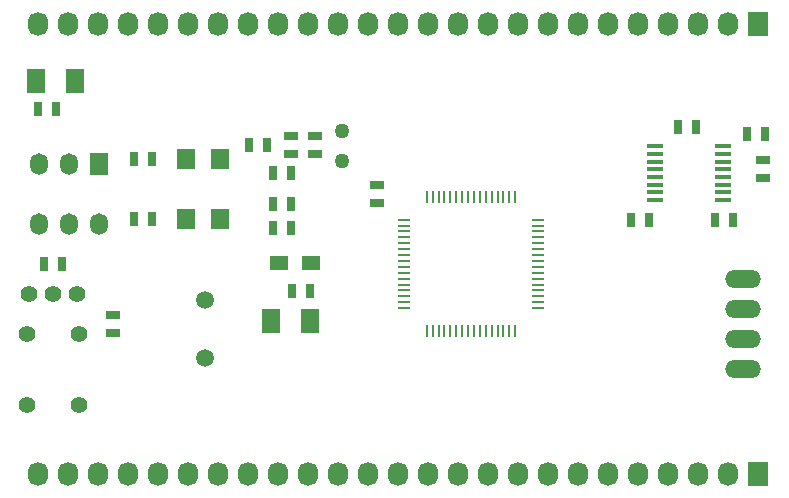
<source format=gts>
G04 #@! TF.FileFunction,Soldermask,Top*
%FSLAX46Y46*%
G04 Gerber Fmt 4.6, Leading zero omitted, Abs format (unit mm)*
G04 Created by KiCad (PCBNEW 4.0.7-e2-6376~58~ubuntu14.04.1) date Sat Dec  9 10:48:14 2017*
%MOMM*%
%LPD*%
G01*
G04 APERTURE LIST*
%ADD10C,0.100000*%
%ADD11R,0.635000X1.143000*%
%ADD12C,1.501140*%
%ADD13R,1.524000X2.032000*%
%ADD14R,1.143000X0.635000*%
%ADD15R,1.597660X1.800860*%
%ADD16R,1.727200X2.032000*%
%ADD17O,1.727200X2.032000*%
%ADD18R,1.500000X1.300000*%
%ADD19C,1.397000*%
%ADD20R,1.000000X0.250000*%
%ADD21R,0.250000X1.000000*%
%ADD22R,1.399540X0.350520*%
%ADD23C,1.270000*%
%ADD24O,3.014980X1.506220*%
%ADD25C,1.400000*%
%ADD26R,1.524000X1.824000*%
%ADD27O,1.524000X1.824000*%
G04 APERTURE END LIST*
D10*
D11*
X136738000Y-91400000D03*
X138262000Y-91400000D03*
D12*
X131000000Y-99559060D03*
X131000000Y-104440940D03*
D11*
X136738000Y-88800000D03*
X138262000Y-88800000D03*
X138262000Y-93500000D03*
X136738000Y-93500000D03*
D13*
X139851000Y-101300000D03*
X136549000Y-101300000D03*
X116649000Y-81000000D03*
X119951000Y-81000000D03*
D11*
X138338000Y-98800000D03*
X139862000Y-98800000D03*
X118362000Y-83400000D03*
X116838000Y-83400000D03*
D14*
X145500000Y-91362000D03*
X145500000Y-89838000D03*
X140300000Y-87162000D03*
X140300000Y-85638000D03*
X138300000Y-85638000D03*
X138300000Y-87162000D03*
D11*
X175662000Y-92800000D03*
X174138000Y-92800000D03*
X167038000Y-92800000D03*
X168562000Y-92800000D03*
D14*
X178250000Y-87688000D03*
X178250000Y-89212000D03*
D11*
X170988000Y-84950000D03*
X172512000Y-84950000D03*
X178362000Y-85500000D03*
X176838000Y-85500000D03*
D15*
X132229860Y-92710000D03*
X129390140Y-92710000D03*
X132229860Y-87630000D03*
X129390140Y-87630000D03*
D16*
X177800000Y-76200000D03*
D17*
X175260000Y-76200000D03*
X172720000Y-76200000D03*
X170180000Y-76200000D03*
X167640000Y-76200000D03*
X165100000Y-76200000D03*
X162560000Y-76200000D03*
X160020000Y-76200000D03*
X157480000Y-76200000D03*
X154940000Y-76200000D03*
X152400000Y-76200000D03*
X149860000Y-76200000D03*
X147320000Y-76200000D03*
X144780000Y-76200000D03*
X142240000Y-76200000D03*
X139700000Y-76200000D03*
X137160000Y-76200000D03*
X134620000Y-76200000D03*
X132080000Y-76200000D03*
X129540000Y-76200000D03*
X127000000Y-76200000D03*
X124460000Y-76200000D03*
X121920000Y-76200000D03*
X119380000Y-76200000D03*
X116840000Y-76200000D03*
D16*
X177800000Y-114300000D03*
D17*
X175260000Y-114300000D03*
X172720000Y-114300000D03*
X170180000Y-114300000D03*
X167640000Y-114300000D03*
X165100000Y-114300000D03*
X162560000Y-114300000D03*
X160020000Y-114300000D03*
X157480000Y-114300000D03*
X154940000Y-114300000D03*
X152400000Y-114300000D03*
X149860000Y-114300000D03*
X147320000Y-114300000D03*
X144780000Y-114300000D03*
X142240000Y-114300000D03*
X139700000Y-114300000D03*
X137160000Y-114300000D03*
X134620000Y-114300000D03*
X132080000Y-114300000D03*
X129540000Y-114300000D03*
X127000000Y-114300000D03*
X124460000Y-114300000D03*
X121920000Y-114300000D03*
X119380000Y-114300000D03*
X116840000Y-114300000D03*
D18*
X137250000Y-96400000D03*
X139950000Y-96400000D03*
D11*
X126492000Y-92710000D03*
X124968000Y-92710000D03*
D14*
X123190000Y-100838000D03*
X123190000Y-102362000D03*
D11*
X134738000Y-86400000D03*
X136262000Y-86400000D03*
X124968000Y-87630000D03*
X126492000Y-87630000D03*
D19*
X115910000Y-102410000D03*
X120310000Y-102410000D03*
X115910000Y-108410000D03*
X120310000Y-108410000D03*
D20*
X147800000Y-92750000D03*
X147800000Y-93250000D03*
X147800000Y-93750000D03*
X147800000Y-94250000D03*
X147800000Y-94750000D03*
X147800000Y-95250000D03*
X147800000Y-95750000D03*
X147800000Y-96250000D03*
X147800000Y-96750000D03*
X147800000Y-97250000D03*
X147800000Y-97750000D03*
X147800000Y-98250000D03*
X147800000Y-98750000D03*
X147800000Y-99250000D03*
X147800000Y-99750000D03*
X147800000Y-100250000D03*
D21*
X149750000Y-102200000D03*
X150250000Y-102200000D03*
X150750000Y-102200000D03*
X151250000Y-102200000D03*
X151750000Y-102200000D03*
X152250000Y-102200000D03*
X152750000Y-102200000D03*
X153250000Y-102200000D03*
X153750000Y-102200000D03*
X154250000Y-102200000D03*
X154750000Y-102200000D03*
X155250000Y-102200000D03*
X155750000Y-102200000D03*
X156250000Y-102200000D03*
X156750000Y-102200000D03*
X157250000Y-102200000D03*
D20*
X159200000Y-100250000D03*
X159200000Y-99750000D03*
X159200000Y-99250000D03*
X159200000Y-98750000D03*
X159200000Y-98250000D03*
X159200000Y-97750000D03*
X159200000Y-97250000D03*
X159200000Y-96750000D03*
X159200000Y-96250000D03*
X159200000Y-95750000D03*
X159200000Y-95250000D03*
X159200000Y-94750000D03*
X159200000Y-94250000D03*
X159200000Y-93750000D03*
X159200000Y-93250000D03*
X159200000Y-92750000D03*
D21*
X157250000Y-90800000D03*
X156750000Y-90800000D03*
X156250000Y-90800000D03*
X155750000Y-90800000D03*
X155250000Y-90800000D03*
X154750000Y-90800000D03*
X154250000Y-90800000D03*
X153750000Y-90800000D03*
X153250000Y-90800000D03*
X152750000Y-90800000D03*
X152250000Y-90800000D03*
X151750000Y-90800000D03*
X151250000Y-90800000D03*
X150750000Y-90800000D03*
X150250000Y-90800000D03*
X149750000Y-90800000D03*
D22*
X169114720Y-86544160D03*
X169114720Y-87194400D03*
X169114720Y-87844640D03*
X169114720Y-88494880D03*
X169114720Y-89145120D03*
X169114720Y-89795360D03*
X169114720Y-90445600D03*
X169114720Y-91095840D03*
X174865280Y-91095840D03*
X174865280Y-90445600D03*
X174865280Y-89795360D03*
X174865280Y-89145120D03*
X174865280Y-88494880D03*
X174865280Y-87844640D03*
X174865280Y-87194400D03*
X174865280Y-86544160D03*
D23*
X142600000Y-87770000D03*
X142600000Y-85230000D03*
D24*
X176530000Y-97790000D03*
X176530000Y-105410000D03*
X176530000Y-102870000D03*
X176530000Y-100330000D03*
D25*
X120110000Y-99060000D03*
X118110000Y-99060000D03*
X116110000Y-99060000D03*
D11*
X117348000Y-96520000D03*
X118872000Y-96520000D03*
D26*
X122000000Y-88000000D03*
D27*
X122000000Y-93080000D03*
X119460000Y-88000000D03*
X119460000Y-93080000D03*
X116920000Y-88000000D03*
X116920000Y-93080000D03*
M02*

</source>
